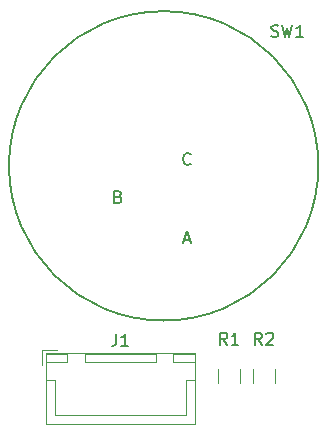
<source format=gbr>
G04 #@! TF.GenerationSoftware,KiCad,Pcbnew,5.0.2-bee76a0~70~ubuntu18.10.1*
G04 #@! TF.CreationDate,2019-03-17T01:32:55+01:00*
G04 #@! TF.ProjectId,Relocator Rotary,52656c6f-6361-4746-9f72-20526f746172,rev?*
G04 #@! TF.SameCoordinates,Original*
G04 #@! TF.FileFunction,Legend,Top*
G04 #@! TF.FilePolarity,Positive*
%FSLAX46Y46*%
G04 Gerber Fmt 4.6, Leading zero omitted, Abs format (unit mm)*
G04 Created by KiCad (PCBNEW 5.0.2-bee76a0~70~ubuntu18.10.1) date dom 17 mar 2019 01:32:55 CET*
%MOMM*%
%LPD*%
G01*
G04 APERTURE LIST*
%ADD10C,0.150000*%
%ADD11C,0.200000*%
%ADD12C,0.120000*%
G04 APERTURE END LIST*
D10*
X31945223Y-28924522D02*
X31897604Y-28972141D01*
X31754747Y-29019760D01*
X31659509Y-29019760D01*
X31516652Y-28972141D01*
X31421414Y-28876903D01*
X31373795Y-28781665D01*
X31326176Y-28591189D01*
X31326176Y-28448332D01*
X31373795Y-28257856D01*
X31421414Y-28162618D01*
X31516652Y-28067380D01*
X31659509Y-28019760D01*
X31754747Y-28019760D01*
X31897604Y-28067380D01*
X31945223Y-28114999D01*
X25837188Y-31711591D02*
X25980045Y-31759210D01*
X26027664Y-31806829D01*
X26075283Y-31902067D01*
X26075283Y-32044924D01*
X26027664Y-32140162D01*
X25980045Y-32187781D01*
X25884807Y-32235400D01*
X25503855Y-32235400D01*
X25503855Y-31235400D01*
X25837188Y-31235400D01*
X25932426Y-31283020D01*
X25980045Y-31330639D01*
X26027664Y-31425877D01*
X26027664Y-31521115D01*
X25980045Y-31616353D01*
X25932426Y-31663972D01*
X25837188Y-31711591D01*
X25503855Y-31711591D01*
X31377284Y-35365986D02*
X31853475Y-35365986D01*
X31282046Y-35651700D02*
X31615380Y-34651700D01*
X31948713Y-35651700D01*
D11*
G04 #@! TO.C,SW1*
X42762200Y-29108400D02*
G75*
G03X42762200Y-29108400I-13095000J0D01*
G01*
D12*
G04 #@! TO.C,J1*
X19690400Y-44987200D02*
X19690400Y-50957200D01*
X19690400Y-50957200D02*
X32310400Y-50957200D01*
X32310400Y-50957200D02*
X32310400Y-44987200D01*
X32310400Y-44987200D02*
X19690400Y-44987200D01*
X23000400Y-44997200D02*
X23000400Y-45747200D01*
X23000400Y-45747200D02*
X29000400Y-45747200D01*
X29000400Y-45747200D02*
X29000400Y-44997200D01*
X29000400Y-44997200D02*
X23000400Y-44997200D01*
X19700400Y-44997200D02*
X19700400Y-45747200D01*
X19700400Y-45747200D02*
X21500400Y-45747200D01*
X21500400Y-45747200D02*
X21500400Y-44997200D01*
X21500400Y-44997200D02*
X19700400Y-44997200D01*
X30500400Y-44997200D02*
X30500400Y-45747200D01*
X30500400Y-45747200D02*
X32300400Y-45747200D01*
X32300400Y-45747200D02*
X32300400Y-44997200D01*
X32300400Y-44997200D02*
X30500400Y-44997200D01*
X19700400Y-47247200D02*
X20450400Y-47247200D01*
X20450400Y-47247200D02*
X20450400Y-50197200D01*
X20450400Y-50197200D02*
X26000400Y-50197200D01*
X32300400Y-47247200D02*
X31550400Y-47247200D01*
X31550400Y-47247200D02*
X31550400Y-50197200D01*
X31550400Y-50197200D02*
X26000400Y-50197200D01*
X20650400Y-44697200D02*
X19400400Y-44697200D01*
X19400400Y-44697200D02*
X19400400Y-45947200D01*
G04 #@! TO.C,R2*
X39060800Y-47490464D02*
X39060800Y-46286336D01*
X37240800Y-47490464D02*
X37240800Y-46286336D01*
G04 #@! TO.C,R1*
X34294400Y-47490464D02*
X34294400Y-46286336D01*
X36114400Y-47490464D02*
X36114400Y-46286336D01*
G04 #@! TO.C,SW1*
D10*
X38796933Y-18134488D02*
X38939976Y-18182169D01*
X39178380Y-18182169D01*
X39273742Y-18134488D01*
X39321423Y-18086807D01*
X39369104Y-17991445D01*
X39369104Y-17896083D01*
X39321423Y-17800721D01*
X39273742Y-17753040D01*
X39178380Y-17705359D01*
X38987657Y-17657678D01*
X38892295Y-17609997D01*
X38844614Y-17562316D01*
X38796933Y-17466954D01*
X38796933Y-17371592D01*
X38844614Y-17276230D01*
X38892295Y-17228550D01*
X38987657Y-17180869D01*
X39226061Y-17180869D01*
X39369104Y-17228550D01*
X39702871Y-17180869D02*
X39941276Y-18182169D01*
X40132000Y-17466954D01*
X40322723Y-18182169D01*
X40561128Y-17180869D01*
X41467066Y-18182169D02*
X40894895Y-18182169D01*
X41180980Y-18182169D02*
X41180980Y-17180869D01*
X41085619Y-17323911D01*
X40990257Y-17419273D01*
X40894895Y-17466954D01*
G04 #@! TO.C,J1*
X25667066Y-43349580D02*
X25667066Y-44063866D01*
X25619447Y-44206723D01*
X25524209Y-44301961D01*
X25381352Y-44349580D01*
X25286114Y-44349580D01*
X26667066Y-44349580D02*
X26095638Y-44349580D01*
X26381352Y-44349580D02*
X26381352Y-43349580D01*
X26286114Y-43492438D01*
X26190876Y-43587676D01*
X26095638Y-43635295D01*
G04 #@! TO.C,R2*
X37984133Y-44241980D02*
X37650800Y-43765790D01*
X37412704Y-44241980D02*
X37412704Y-43241980D01*
X37793657Y-43241980D01*
X37888895Y-43289600D01*
X37936514Y-43337219D01*
X37984133Y-43432457D01*
X37984133Y-43575314D01*
X37936514Y-43670552D01*
X37888895Y-43718171D01*
X37793657Y-43765790D01*
X37412704Y-43765790D01*
X38365085Y-43337219D02*
X38412704Y-43289600D01*
X38507942Y-43241980D01*
X38746038Y-43241980D01*
X38841276Y-43289600D01*
X38888895Y-43337219D01*
X38936514Y-43432457D01*
X38936514Y-43527695D01*
X38888895Y-43670552D01*
X38317466Y-44241980D01*
X38936514Y-44241980D01*
G04 #@! TO.C,R1*
X35037733Y-44241980D02*
X34704400Y-43765790D01*
X34466304Y-44241980D02*
X34466304Y-43241980D01*
X34847257Y-43241980D01*
X34942495Y-43289600D01*
X34990114Y-43337219D01*
X35037733Y-43432457D01*
X35037733Y-43575314D01*
X34990114Y-43670552D01*
X34942495Y-43718171D01*
X34847257Y-43765790D01*
X34466304Y-43765790D01*
X35990114Y-44241980D02*
X35418685Y-44241980D01*
X35704400Y-44241980D02*
X35704400Y-43241980D01*
X35609161Y-43384838D01*
X35513923Y-43480076D01*
X35418685Y-43527695D01*
G04 #@! TD*
M02*

</source>
